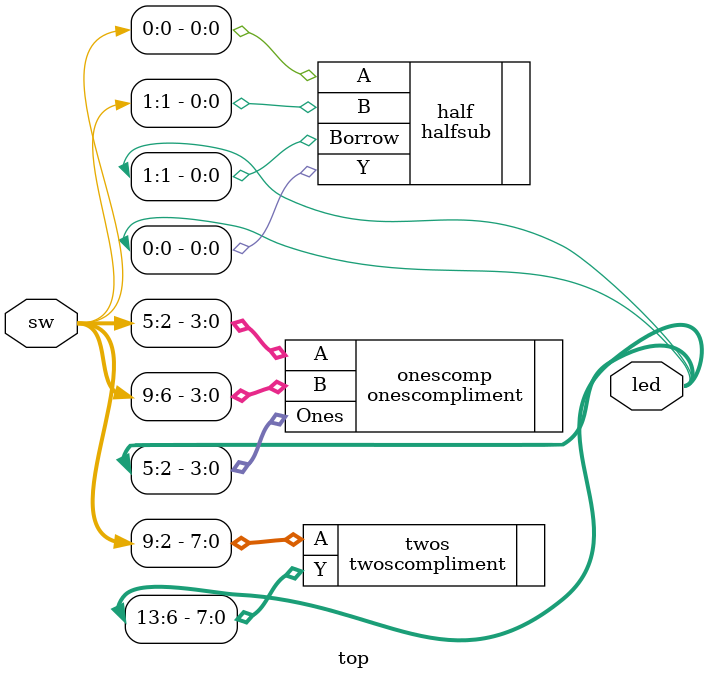
<source format=v>
module top (
	input [9:0] sw,
	output [13:0] led
);

	halfsub half(
		.A(sw[0]),
		.B(sw[1]),
        .Y(led[0]),
        .Borrow(led[1])
	);

    onescompliment onescomp(
        .A(sw[5:2]),
        .B(sw[9:6]),
        .Ones(led[5:2]) 
	);
    
     twoscompliment twos(
        .A(sw[9:2]),
        .Y(led[13:6])
	);
    

    endmodule
</source>
